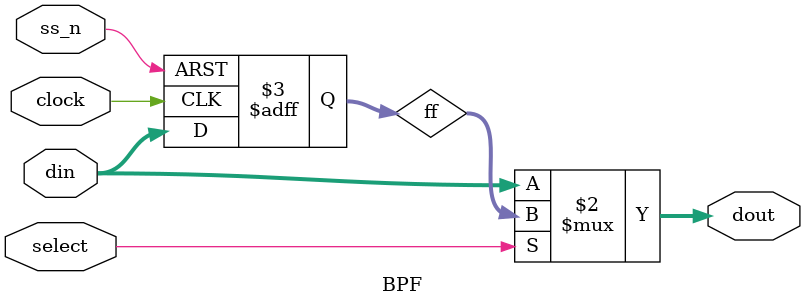
<source format=v>
module BPF #(parameter WIDTH = 8) (din, clock, ss_n,  dout, select);

input  [WIDTH-1:0] din;
input clock;
input ss_n;
input select;
output [WIDTH-1:0] dout;

reg    [WIDTH-1:0] ff;

always @ (posedge clock or posedge ss_n) //Accumulator
		begin
		if(ss_n) ff <= 0;
		else 	 ff <= din;
		end	
			
assign dout = select ? ff : din;
			
endmodule
</source>
